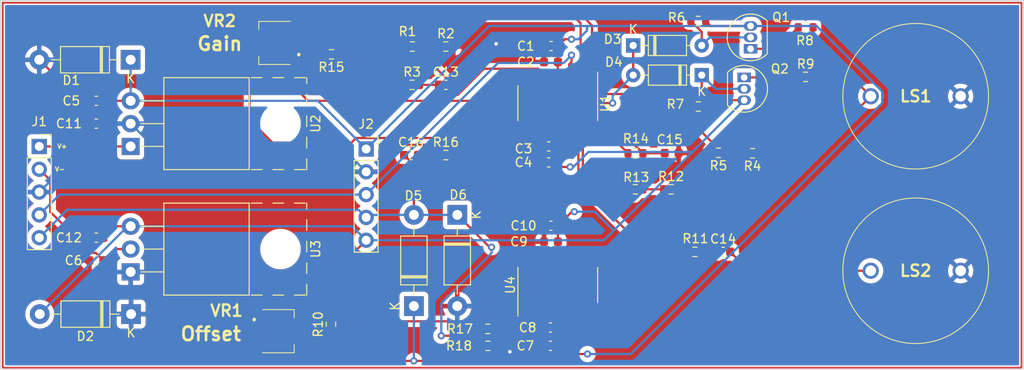
<source format=kicad_pcb>
(kicad_pcb (version 20211014) (generator pcbnew)
  (layers (0 "F.Cu" signal) (31 "B.Cu" signal) (34 "B.Paste" user) (35 "F.Paste" user) (36 "B.SilkS" user "B.Silkscreen") (37 "F.SilkS" user "F.Silkscreen") (38 "B.Mask" user) (39 "F.Mask" user) (44 "Edge.Cuts" user))
  (net 0 "")
  (net 1 "+15V")
  (net 2 "GND")
  (net 3 "-15V")
  (net 4 "powerIn+")
  (net 5 "powerIn-")
  (net 6 "Net-(C13-Pad1)")
  (net 7 "Net-(C13-Pad2)")
  (net 8 "Net-(C14-Pad1)")
  (net 9 "Net-(C14-Pad2)")
  (net 10 "Net-(C15-Pad2)")
  (net 11 "sigOut")
  (net 12 "Net-(C16-Pad2)")
  (net 13 "Net-(D3-Pad1)")
  (net 14 "Net-(D3-Pad2)")
  (net 15 "Net-(D4-Pad1)")
  (net 16 "3.3V")
  (net 17 "sigIn")
  (net 18 "Net-(Q1-Pad1)")
  (net 19 "Net-(Q2-Pad1)")
  (net 20 "Net-(R1-Pad2)")
  (net 21 "Net-(R4-Pad2)")
  (net 22 "Net-(R10-Pad1)")
  (net 23 "Net-(R12-Pad1)")
  (net 24 "Net-(R13-Pad2)")
  (net 25 "Net-(R15-Pad1)")
  (net 26 "Net-(R16-Pad2)")
  (net 28 "Net-(LS1-Pad1)")
  (footprint "Resistor_SMD:R_0603_1608Metric" (layer "F.Cu") (at 113.6254 54.0512 180)
    (fp_text reference "R5" (at 0 -1.43) (layer "F.SilkS"))
    (fp_text value "10k")
    (pad "1" smd roundrect (at -0.825 0 180) (size 0.8 0.95) (layers "F.Cu" "F.Paste" "F.Mask") (net 21 "Net-(R4-Pad2)"))
    (pad "2" smd roundrect (at 0.825 0 180) (size 0.8 0.95) (layers "F.Cu" "F.Paste" "F.Mask") (net 2 "GND"))
  )
  (footprint "SamacSys_Parts:3224W1205E" (layer "F.Cu") (at 64.696 73.914 180)
    (fp_text reference "VR1" (at 5.768 2.286) (layer "F.SilkS") (effects (font (size 1.27 1.27) (thickness 0.254))))
    (fp_text value "3224W-1-103E" hide)
    (pad "1" smd rect locked (at 1.45 1.27 270) (size 1.3 1.6) (layers "F.Cu" "F.Paste" "F.Mask"))
    (pad "2" smd rect locked (at -1.45 0.02 180) (size 1.6 2) (layers "F.Cu" "F.Paste" "F.Mask") (net 22 "Net-(R10-Pad1)"))
    (pad "3" smd rect locked (at 1.45 -1.23 270) (size 1.3 1.6) (layers "F.Cu" "F.Paste" "F.Mask") (net 16 "3.3V"))
  )
  (footprint "SamacSys_Parts:400ST16M" (layer "F.Cu") (at 130.556 47.752)
    (fp_text reference "LS1" (at 5 0) (layer "F.SilkS") (effects (font (size 1.27 1.27) (thickness 0.254))))
    (fp_text value "400ST16M" hide)
    (pad "1" thru_hole circle locked (at 0 0) (size 1.8 1.8) (drill 1.2) (layers *.Cu *.Mask) (net 28 "Net-(LS1-Pad1)"))
    (pad "2" thru_hole circle locked (at 10 0) (size 1.8 1.8) (drill 1.2) (layers *.Cu *.Mask) (net 2 "GND"))
  )
  (footprint "Diode_THT:D_DO-35_SOD27_P7.62mm_Horizontal" (layer "F.Cu") (at 104.14 42.099)
    (fp_text reference "D3" (at -2.286 -0.697) (layer "F.SilkS"))
    (fp_text value "1N914")
    (fp_text user "K" (at 0 -1.8) (layer "F.SilkS"))
    (pad "1" thru_hole rect (at 0 0) (size 1.6 1.6) (drill 0.8) (layers *.Cu *.Mask) (net 13 "Net-(D3-Pad1)"))
    (pad "2" thru_hole oval (at 7.62 0) (size 1.6 1.6) (drill 0.8) (layers *.Cu *.Mask) (net 14 "Net-(D3-Pad2)"))
  )
  (footprint "Resistor_SMD:R_0603_1608Metric" (layer "F.Cu") (at 110.998 65.0748 180)
    (fp_text reference "R11" (at -0.063 1.4732) (layer "F.SilkS"))
    (fp_text value "470")
    (pad "1" smd roundrect (at -0.825 0 180) (size 0.8 0.95) (layers "F.Cu" "F.Paste" "F.Mask") (net 8 "Net-(C14-Pad1)"))
    (pad "2" smd roundrect (at 0.825 0 180) (size 0.8 0.95) (layers "F.Cu" "F.Paste" "F.Mask") (net 2 "GND"))
  )
  (footprint "Diode_THT:D_DO-41_SOD81_P10.16mm_Horizontal" (layer "F.Cu") (at 84.582 60.96 -90)
    (fp_text reference "D6" (at -2.2352 -0.1016 180) (layer "F.SilkS"))
    (fp_text value "1N5819")
    (fp_text user "K" (at 0 -2.1 90) (layer "F.SilkS"))
    (pad "1" thru_hole rect (at 0 0 270) (size 2.2 2.2) (drill 1.1) (layers *.Cu *.Mask) (net 11 "sigOut"))
    (pad "2" thru_hole oval (at 10.16 0 270) (size 2.2 2.2) (drill 1.1) (layers *.Cu *.Mask) (net 2 "GND"))
  )
  (footprint "Connector_PinSocket_2.54mm:PinSocket_1x05_P2.54mm_Vertical" (layer "F.Cu") (at 74.447 53.624)
    (fp_text reference "J2" (at 0 -2.77) (layer "F.SilkS"))
    (fp_text value "Conn_01x05_Female" hide)
    (pad "1" thru_hole rect (at 0 0) (size 1.7 1.7) (drill 1) (layers *.Cu *.Mask) (net 1 "+15V"))
    (pad "2" thru_hole oval (at 0 2.54) (size 1.7 1.7) (drill 1) (layers *.Cu *.Mask) (net 2 "GND"))
    (pad "3" thru_hole oval (at 0 5.08) (size 1.7 1.7) (drill 1) (layers *.Cu *.Mask) (net 17 "sigIn"))
    (pad "4" thru_hole oval (at 0 7.62) (size 1.7 1.7) (drill 1) (layers *.Cu *.Mask) (net 11 "sigOut"))
    (pad "5" thru_hole oval (at 0 10.16) (size 1.7 1.7) (drill 1) (layers *.Cu *.Mask) (net 3 "-15V"))
  )
  (footprint "Resistor_SMD:R_0603_1608Metric" (layer "F.Cu") (at 70.5866 43.0784 180)
    (fp_text reference "R15" (at 0 -1.43) (layer "F.SilkS"))
    (fp_text value "10k")
    (pad "1" smd roundrect (at -0.825 0 180) (size 0.8 0.95) (layers "F.Cu" "F.Paste" "F.Mask") (net 25 "Net-(R15-Pad1)"))
    (pad "2" smd roundrect (at 0.825 0 180) (size 0.8 0.95) (layers "F.Cu" "F.Paste" "F.Mask") (net 2 "GND"))
  )
  (footprint "Package_TO_SOT_THT:TO-92_Inline" (layer "F.Cu") (at 117.1956 42.4688 90)
    (fp_text reference "Q1" (at 3.5052 3.4036) (layer "F.SilkS"))
    (fp_text value "S8050")
    (pad "1" thru_hole rect (at 0 0 90) (size 1.05 1.5) (drill 0.75) (layers *.Cu *.Mask) (net 18 "Net-(Q1-Pad1)"))
    (pad "2" thru_hole oval (at 1.27 0 90) (size 1.05 1.5) (drill 0.75) (layers *.Cu *.Mask) (net 14 "Net-(D3-Pad2)"))
    (pad "3" thru_hole oval (at 2.54 0 90) (size 1.05 1.5) (drill 0.75) (layers *.Cu *.Mask) (net 1 "+15V"))
  )
  (footprint "Capacitor_SMD:C_0603_1608Metric" (layer "F.Cu") (at 83.312 46.482)
    (fp_text reference "C13" (at 0 -1.43) (layer "F.SilkS"))
    (fp_text value "100n")
    (pad "1" smd roundrect (at -0.775 0) (size 0.9 0.95) (layers "F.Cu" "F.Paste" "F.Mask") (net 6 "Net-(C13-Pad1)"))
    (pad "2" smd roundrect (at 0.775 0) (size 0.9 0.95) (layers "F.Cu" "F.Paste" "F.Mask") (net 7 "Net-(C13-Pad2)"))
  )
  (footprint "Capacitor_SMD:C_0603_1608Metric" (layer "F.Cu") (at 94.755 53.34 180)
    (fp_text reference "C3" (at 2.807 -0.254) (layer "F.SilkS"))
    (fp_text value "100n")
    (pad "1" smd roundrect (at -0.775 0 180) (size 0.9 0.95) (layers "F.Cu" "F.Paste" "F.Mask") (net 3 "-15V"))
    (pad "2" smd roundrect (at 0.775 0 180) (size 0.9 0.95) (layers "F.Cu" "F.Paste" "F.Mask") (net 2 "GND"))
  )
  (footprint "Capacitor_SMD:C_0603_1608Metric" (layer "F.Cu") (at 95.009 42.164 180)
    (fp_text reference "C1" (at 2.807 0) (layer "F.SilkS"))
    (fp_text value "10n")
    (pad "1" smd roundrect (at -0.775 0 180) (size 0.9 0.95) (layers "F.Cu" "F.Paste" "F.Mask") (net 1 "+15V"))
    (pad "2" smd roundrect (at 0.775 0 180) (size 0.9 0.95) (layers "F.Cu" "F.Paste" "F.Mask") (net 2 "GND"))
  )
  (footprint "Capacitor_SMD:C_0603_1608Metric" (layer "F.Cu") (at 94.9452 75.5396 180)
    (fp_text reference "C7" (at 2.794 0) (layer "F.SilkS"))
    (fp_text value "10n")
    (pad "1" smd roundrect (at -0.775 0 180) (size 0.9 0.95) (layers "F.Cu" "F.Paste" "F.Mask") (net 1 "+15V"))
    (pad "2" smd roundrect (at 0.775 0 180) (size 0.9 0.95) (layers "F.Cu" "F.Paste" "F.Mask") (net 2 "GND"))
  )
  (footprint "Capacitor_SMD:C_0603_1608Metric" (layer "F.Cu") (at 114.1476 65.0748)
    (fp_text reference "C14" (at 0 -1.43) (layer "F.SilkS"))
    (fp_text value "10n")
    (pad "1" smd roundrect (at -0.775 0) (size 0.9 0.95) (layers "F.Cu" "F.Paste" "F.Mask") (net 8 "Net-(C14-Pad1)"))
    (pad "2" smd roundrect (at 0.775 0) (size 0.9 0.95) (layers "F.Cu" "F.Paste" "F.Mask") (net 9 "Net-(C14-Pad2)"))
  )
  (footprint "Resistor_SMD:R_0603_1608Metric" (layer "F.Cu") (at 104.3818 58.1152 180)
    (fp_text reference "R13" (at -0.1016 1.3462) (layer "F.SilkS"))
    (fp_text value "390k")
    (pad "1" smd roundrect (at -0.825 0 180) (size 0.8 0.95) (layers "F.Cu" "F.Paste" "F.Mask") (net 23 "Net-(R12-Pad1)"))
    (pad "2" smd roundrect (at 0.825 0 180) (size 0.8 0.95) (layers "F.Cu" "F.Paste" "F.Mask") (net 24 "Net-(R13-Pad2)"))
  )
  (footprint "Diode_THT:D_DO-41_SOD81_P10.16mm_Horizontal" (layer "F.Cu") (at 79.756 71.12 90)
    (fp_text reference "D5" (at 12.2936 -0.0508 180) (layer "F.SilkS"))
    (fp_text value "1N5819")
    (fp_text user "K" (at 0 -2.1 90) (layer "F.SilkS"))
    (pad "1" thru_hole rect (at 0 0 90) (size 2.2 2.2) (drill 1.1) (layers *.Cu *.Mask) (net 16 "3.3V"))
    (pad "2" thru_hole oval (at 10.16 0 90) (size 2.2 2.2) (drill 1.1) (layers *.Cu *.Mask) (net 11 "sigOut"))
  )
  (footprint "Capacitor_SMD:C_0603_1608Metric" (layer "F.Cu") (at 94.755 55.118 180)
    (fp_text reference "C4" (at 2.807 0) (layer "F.SilkS"))
    (fp_text value "10n")
    (pad "1" smd roundrect (at -0.775 0 180) (size 0.9 0.95) (layers "F.Cu" "F.Paste" "F.Mask") (net 3 "-15V"))
    (pad "2" smd roundrect (at 0.775 0 180) (size 0.9 0.95) (layers "F.Cu" "F.Paste" "F.Mask") (net 2 "GND"))
  )
  (footprint "Capacitor_SMD:C_0603_1608Metric" (layer "F.Cu") (at 94.996 62.165 180)
    (fp_text reference "C10" (at 3.048 0) (layer "F.SilkS"))
    (fp_text value "10n")
    (pad "1" smd roundrect (at -0.775 0 180) (size 0.9 0.95) (layers "F.Cu" "F.Paste" "F.Mask") (net 3 "-15V"))
    (pad "2" smd roundrect (at 0.775 0 180) (size 0.9 0.95) (layers "F.Cu" "F.Paste" "F.Mask") (net 2 "GND"))
  )
  (footprint "SamacSys_Parts:400ST16M" (layer "F.Cu") (at 130.556 67.183)
    (fp_text reference "LS2" (at 5 0) (layer "F.SilkS") (effects (font (size 1.27 1.27) (thickness 0.254))))
    (fp_text value "400ST16M" hide)
    (pad "1" thru_hole circle locked (at 0 0) (size 1.8 1.8) (drill 1.2) (layers *.Cu *.Mask) (net 9 "Net-(C14-Pad2)"))
    (pad "2" thru_hole circle locked (at 10 0) (size 1.8 1.8) (drill 1.2) (layers *.Cu *.Mask) (net 2 "GND"))
  )
  (footprint "Package_TO_SOT_THT:TO-220-3_Horizontal_TabUp" (layer "F.Cu") (at 48.26 53.34 90)
    (fp_text reference "U2" (at 2.54 20.58 90) (layer "F.SilkS"))
    (fp_text value "L7815")
    (pad "" np_thru_hole oval (at 2.54 16.66 90) (size 3.5 3.5) (drill 3.5) (layers *.Cu *.Mask))
    (pad "1" thru_hole rect (at 0 0 90) (size 1.905 2) (drill 1.1) (layers *.Cu *.Mask) (net 4 "powerIn+"))
    (pad "2" thru_hole oval (at 2.54 0 90) (size 1.905 2) (drill 1.1) (layers *.Cu *.Mask) (net 2 "GND"))
    (pad "3" thru_hole oval (at 5.08 0 90) (size 1.905 2) (drill 1.1) (layers *.Cu *.Mask) (net 1 "+15V"))
  )
  (footprint "Resistor_SMD:R_0603_1608Metric" (layer "F.Cu") (at 83.312 42.2148)
    (fp_text reference "R2" (at 0 -1.43) (layer "F.SilkS"))
    (fp_text value "12k")
    (pad "1" smd roundrect (at -0.825 0) (size 0.8 0.95) (layers "F.Cu" "F.Paste" "F.Mask") (net 20 "Net-(R1-Pad2)"))
    (pad "2" smd roundrect (at 0.825 0) (size 0.8 0.95) (layers "F.Cu" "F.Paste" "F.Mask") (net 2 "GND"))
  )
  (footprint "Resistor_SMD:R_0603_1608Metric" (layer "F.Cu") (at 111.379 48.895)
    (fp_text reference "R7" (at -2.54 -0.254) (layer "F.SilkS"))
    (fp_text value "1k")
    (pad "1" smd roundrect (at -0.825 0) (size 0.8 0.95) (layers "F.Cu" "F.Paste" "F.Mask") (net 15 "Net-(D4-Pad1)"))
    (pad "2" smd roundrect (at 0.825 0) (size 0.8 0.95) (layers "F.Cu" "F.Paste" "F.Mask") (net 3 "-15V"))
  )
  (footprint "Package_SO:SOIC-14_3.9x8.7mm_P1.27mm" (layer "F.Cu") (at 95.758 68.769 90)
    (fp_text reference "U4" (at 0 -5.28 90) (layer "F.SilkS"))
    (fp_text value "MC33079")
    (pad "1" smd roundrect (at -2.475 -3.81 90) (size 1.95 0.6) (layers "F.Cu" "F.Paste" "F.Mask") (net 16 "3.3V"))
    (pad "2" smd roundrect (at -2.475 -2.54 90) (size 1.95 0.6) (layers "F.Cu" "F.Paste" "F.Mask") (net 22 "Net-(R10-Pad1)"))
    (pad "3" smd roundrect (at -2.475 -1.27 90) (size 1.95 0.6) (layers "F.Cu" "F.Paste" "F.Mask") (net 2 "GND"))
    (pad "4" smd roundrect (at -2.475 0 90) (size 1.95 0.6) (layers "F.Cu" "F.Paste" "F.Mask") (net 1 "+15V"))
    (pad "5" smd roundrect (at -2.475 1.27 90) (size 1.95 0.6) (layers "F.Cu" "F.Paste" "F.Mask"))
    (pad "6" smd roundrect (at -2.475 2.54 90) (size 1.95 0.6) (layers "F.Cu" "F.Paste" "F.Mask"))
    (pad "7" smd roundrect (at -2.475 3.81 90) (size 1.95 0.6) (layers "F.Cu" "F.Paste" "F.Mask"))
    (pad "8" smd roundrect (at 2.475 3.81 90) (size 1.95 0.6) (layers "F.Cu" "F.Paste" "F.Mask"))
    (pad "9" smd roundrect (at 2.475 2.54 90) (size 1.95 0.6) (layers "F.Cu" "F.Paste" "F.Mask"))
    (pad "10" smd roundrect (at 2.475 1.27 90) (size 1.95 0.6) (layers "F.Cu" "F.Paste" "F.Mask"))
    (pad "11" smd roundrect (at 2.475 0 90) (size 1.95 0.6) (layers "F.Cu" "F.Paste" "F.Mask") (net 3 "-15V"))
    (pad "12" smd roundrect (at 2.475 -1.27 90) (size 1.95 0.6) (layers "F.Cu" "F.Paste" "F.Mask"))
    (pad "13" smd roundrect (at 2.475 -2.54 90) (size 1.95 0.6) (layers "F.Cu" "F.Paste" "F.Mask"))
    (pad "14" smd roundrect (at 2.475 -3.81 90) (size 1.95 0.6) (layers "F.Cu" "F.Paste" "F.Mask"))
  )
  (footprint "Capacitor_SMD:C_0603_1608Metric" (layer "F.Cu") (at 44.45 66.04)
    (fp_text reference "C6" (at -2.54 0) (layer "F.SilkS"))
    (fp_text value "2.2u")
    (pad "1" smd roundrect (at -0.775 0) (size 0.9 0.95) (layers "F.Cu" "F.Paste" "F.Mask") (net 2 "GND"))
    (pad "2" smd roundrect (at 0.775 0) (size 0.9 0.95) (layers "F.Cu" "F.Paste" "F.Mask") (net 5 "powerIn-"))
  )
  (footprint "Package_TO_SOT_THT:TO-220-3_Horizontal_TabUp" (layer "F.Cu") (at 48.26 67.31 90)
    (fp_text reference "U3" (at 2.54 20.58 90) (layer "F.SilkS"))
    (fp_text value "L7915")
    (pad "" np_thru_hole oval (at 2.54 16.66 90) (size 3.5 3.5) (drill 3.5) (layers *.Cu *.Mask))
    (pad "1" thru_hole rect (at 0 0 90) (size 1.905 2) (drill 1.1) (layers *.Cu *.Mask) (net 2 "GND"))
    (pad "2" thru_hole oval (at 2.54 0 90) (size 1.905 2) (drill 1.1) (layers *.Cu *.Mask) (net 5 "powerIn-"))
    (pad "3" thru_hole oval (at 5.08 0 90) (size 1.905 2) (drill 1.1) (layers *.Cu *.Mask) (net 3 "-15V"))
  )
  (footprint "Resistor_SMD:R_0603_1608Metric" (layer "F.Cu") (at 123.317 45.593)
    (fp_text reference "R9" (at 0 -1.43) (layer "F.SilkS"))
    (fp_text value "100")
    (pad "1" smd roundrect (at -0.825 0) (size 0.8 0.95) (layers "F.Cu" "F.Paste" "F.Mask") (net 19 "Net-(Q2-Pad1)"))
    (pad "2" smd roundrect (at 0.825 0) (size 0.8 0.95) (layers "F.Cu" "F.Paste" "F.Mask") (net 28 "Net-(LS1-Pad1)"))
  )
  (footprint "Capacitor_SMD:C_0603_1608Metric" (layer "F.Cu") (at 44.45 48.26 180)
    (fp_text reference "C11" (at 3.048 -2.54) (layer "F.SilkS"))
    (fp_text value "0.1u")
    (pad "1" smd roundrect (at -0.775 0 180) (size 0.9 0.95) (layers "F.Cu" "F.Paste" "F.Mask") (net 1 "+15V"))
    (pad "2" smd roundrect (at 0.775 0 180) (size 0.9 0.95) (layers "F.Cu" "F.Paste" "F.Mask") (net 2 "GND"))
  )
  (footprint "Resistor_SMD:R_0603_1608Metric" (layer "F.Cu") (at 83.312 54.3052)
    (fp_text reference "R16" (at 0 -1.43) (layer "F.SilkS"))
    (fp_text value "10k")
    (pad "1" smd roundrect (at -0.825 0) (size 0.8 0.95) (layers "F.Cu" "F.Paste" "F.Mask") (net 12 "Net-(C16-Pad2)"))
    (pad "2" smd roundrect (at 0.825 0) (size 0.8 0.95) (layers "F.Cu" "F.Paste" "F.Mask") (net 26 "Net-(R16-Pad2)"))
  )
  (footprint "Resistor_SMD:R_0603_1608Metric" (layer "F.Cu") (at 87.9856 75.5396 180)
    (fp_text reference "R18" (at 3.2126 0) (layer "F.SilkS"))
    (fp_text value "10k")
    (pad "1" smd roundrect (at -0.825 0 180) (size 0.8 0.95) (layers "F.Cu" "F.Paste" "F.Mask") (net 2 "GND"))
    (pad "2" smd roundrect (at 0.825 0 180) (size 0.8 0.95) (layers "F.Cu" "F.Paste" "F.Mask") (net 11 "sigOut"))
  )
  (footprint "Resistor_SMD:R_0603_1608Metric" (layer "F.Cu") (at 108.3564 58.1152)
    (fp_text reference "R12" (at 0 -1.43) (layer "F.SilkS"))
    (fp_text value "1k")
    (pad "1" smd roundrect (at -0.825 0) (size 0.8 0.95) (layers "F.Cu" "F.Paste" "F.Mask") (net 23 "Net-(R12-Pad1)"))
    (pad "2" smd roundrect (at 0.825 0) (size 0.8 0.95) (layers "F.Cu" "F.Paste" "F.Mask") (net 2 "GND"))
  )
  (footprint "Resistor_SMD:R_0603_1608Metric" (layer "F.Cu") (at 104.394 54.102)
    (fp_text reference "R14" (at 0.0508 -1.6256) (layer "F.SilkS"))
    (fp_text value "330")
    (pad "1" smd roundrect (at -0.825 0) (size 0.8 0.95) (layers "F.Cu" "F.Paste" "F.Mask") (net 24 "Net-(R13-Pad2)"))
    (pad "2" smd roundrect (at 0.825 0) (size 0.8 0.95) (layers "F.Cu" "F.Paste" "F.Mask") (net 10 "Net-(C15-Pad2)"))
  )
  (footprint "Capacitor_SMD:C_0603_1608Metric" (layer "F.Cu") (at 94.9452 73.5076 180)
    (fp_text reference "C8" (at 2.54 0) (layer "F.SilkS"))
    (fp_text value "100n")
    (pad "1" smd roundrect (at -0.775 0 180) (size 0.9 0.95) (layers "F.Cu" "F.Paste" "F.Mask") (net 1 "+15V"))
    (pad "2" smd roundrect (at 0.775 0 180) (size 0.9 0.95) (layers "F.Cu" "F.Paste" "F.Mask") (net 2 "GND"))
  )
  (footprint "Connector_PinSocket_2.54mm:PinSocket_1x05_P2.54mm_Vertical" (layer "F.Cu") (at 38.1 53.34)
    (fp_text reference "J1" (at 0 -2.77) (layer "F.SilkS"))
    (fp_text value "Conn_01x05_Female")
    (pad "1" thru_hole rect (at 0 0) (size 1.7 1.7) (drill 1) (layers *.Cu *.Mask) (net 4 "powerIn+"))
    (pad "2" thru_hole oval (at 0 2.54) (size 1.7 1.7) (drill 1) (layers *.Cu *.Mask) (net 5 "powerIn-"))
    (pad "3" thru_hole oval (at 0 5.08) (size 1.7 1.7) (drill 1) (layers *.Cu *.Mask) (net 2 "GND"))
    (pad "4" thru_hole oval (at 0 7.62) (size 1.7 1.7) (drill 1) (layers *.Cu *.Mask) (net 17 "sigIn"))
    (pad "5" thru_hole oval (at 0 10.16) (size 1.7 1.7) (drill 1) (layers *.Cu *.Mask) (net 11 "sigOut"))
  )
  (footprint "Capacitor_SMD:C_0603_1608Metric" (layer "F.Cu") (at 94.996 63.943 180)
    (fp_text reference "C9" (at 3.556 0) (layer "F.SilkS"))
    (fp_text value "100n")
    (pad "1" smd roundrect (at -0.775 0 180) (size 0.9 0.95) (layers "F.Cu" "F.Paste" "F.Mask") (net 3 "-15V"))
    (pad "2" smd roundrect (at 0.775 0 180) (size 0.9 0.95) (layers "F.Cu" "F.Paste" "F.Mask") (net 2 "GND"))
  )
  (footprint "Resistor_SMD:R_0603_1608Metric" (layer "F.Cu") (at 111.379 39.37 180)
    (fp_text reference "R6" (at 2.413 0.381) (layer "F.SilkS"))
    (fp_text value "1k")
    (pad "1" smd roundrect (at -0.825 0 180) (size 0.8 0.95) (layers "F.Cu" "F.Paste" "F.Mask") (net 1 "+15V"))
    (pad "2" smd roundrect (at 0.825 0 180) (size 0.8 0.95) (layers "F.Cu" "F.Paste" "F.Mask") (net 14 "Net-(D3-Pad2)"))
  )
  (footprint "Resistor_SMD:R_0603_1608Metric" (layer "F.Cu") (at 117.411 54.102 180)
    (fp_text reference "R4" (at 0 -1.43) (layer "F.SilkS"))
    (fp_text value "4.7k")
    (pad "1" smd roundrect (at -0.825 0 180) (size 0.8 0.95) (layers "F.Cu" "F.Paste" "F.Mask") (net 28 "Net-(LS1-Pad1)"))
    (pad "2" smd roundrect (at 0.825 0 180) (size 0.8 0.95) (layers "F.Cu" "F.Paste" "F.Mask") (net 21 "Net-(R4-Pad2)"))
  )
  (footprint "Package_TO_SOT_THT:TO-92_Inline" (layer "F.Cu") (at 116.48 45.655 -90)
    (fp_text reference "Q2" (at -0.951 -3.9668 180) (layer "F.SilkS"))
    (fp_text value "S8550")
    (pad "1" thru_hole rect (at 0 0 270) (size 1.05 1.5) (drill 0.75) (layers *.Cu *.Mask) (net 19 "Net-(Q2-Pad1)"))
    (pad "2" thru_hole oval (at 1.27 0 270) (size 1.05 1.5) (drill 0.75) (layers *.Cu *.Mask) (net 15 "Net-(D4-Pad1)"))
    (pad "3" thru_hole oval (at 2.54 0 270) (size 1.05 1.5) (drill 0.75) (layers *.Cu *.Mask) (net 3 "-15V"))
  )
  (footprint "Resistor_SMD:R_0603_1608Metric" (layer "F.Cu") (at 70.538 73.152 90)
    (fp_text reference "R10" (at 0 -1.43 90) (layer "F.SilkS"))
    (fp_text value "10k")
    (pad "1" smd roundrect (at -0.825 0 90) (size 0.8 0.95) (layers "F.Cu" "F.Paste" "F.Mask") (net 22 "Net-(R10-Pad1)"))
    (pad "2" smd roundrect (at 0.825 0 90) (size 0.8 0.95) (layers "F.Cu" "F.Paste" "F.Mask") (net 3 "-15V"))
  )
  (footprint "Resistor_SMD:R_0603_1608Metric" (layer "F.Cu") (at 87.9734 73.66)
    (fp_text reference "R17" (at -3.0988 0) (layer "F.SilkS"))
    (fp_text value "10k")
    (pad "1" smd roundrect (at -0.825 0) (size 0.8 0.95) (layers "F.Cu" "F.Paste" "F.Mask") (net 11 "sigOut"))
    (pad "2" smd roundrect (at 0.825 0) (size 0.8 0.95) (layers "F.Cu" "F.Paste" "F.Mask") (net 16 "3.3V"))
  )
  (footprint "Resistor_SMD:R_0603_1608Metric" (layer "F.Cu") (at 123.317 40.0812)
    (fp_text reference "R8" (at -0.0762 1.4732) (layer "F.SilkS"))
    (fp_text value "100")
    (pad "1" smd roundrect (at -0.825 0) (size 0.8 0.95) (layers "F.Cu" "F.Paste" "F.Mask") (net 18 "Net-(Q1-Pad1)"))
    (pad "2" smd roundrect (at 0.825 0) (size 0.8 0.95) (layers "F.Cu" "F.Paste" "F.Mask") (net 28 "Net-(LS1-Pad1)"))
  )
  (footprint "Capacitor_SMD:C_0603_1608Metric" (layer "F.Cu") (at 44.45 50.8)
    (fp_text reference "C5" (at -2.794 -2.54) (layer "F.SilkS"))
    (fp_text value "0.33u")
    (pad "1" smd roundrect (at -0.775 0) (size 0.9 0.95) (layers "F.Cu" "F.Paste" "F.Mask") (net 4 "powerIn+"))
    (pad "2" smd roundrect (at 0.775 0) (size 0.9 0.95) (layers "F.Cu" "F.Paste" "F.Mask") (net 2 "GND"))
  )
  (footprint "Resistor_SMD:R_0603_1608Metric" (layer "F.Cu") (at 79.5528 46.482)
    (fp_text reference "R3" (at 0 -1.43) (layer "F.SilkS"))
    (fp_text value "100k")
    (pad "1" smd roundrect (at -0.825 0) (size 0.8 0.95) (layers "F.Cu" "F.Paste" "F.Mask") (net 2 "GND"))
    (pad "2" smd roundrect (at 0.825 0) (size 0.8 0.95) (layers "F.Cu" "F.Paste" "F.Mask") (net 6 "Net-(C13-Pad1)"))
  )
  (footprint "Diode_THT:D_DO-41_SOD81_P10.16mm_Horizontal" (layer "F.Cu") (at 48.26 43.688 180)
    (fp_text reference "D1" (at 6.604 -2.286) (layer "F.SilkS"))
    (fp_text value "1N4001")
    (fp_text user "K" (at 0 -2.1) (layer "F.SilkS"))
    (pad "1" thru_hole rect (at 0 0 180) (size 2.2 2.2) (drill 1.1) (layers *.Cu *.Mask) (net 1 "+15V"))
    (pad "2" thru_hole oval (at 10.16 0 180) (size 2.2 2.2) (drill 1.1) (layers *.Cu *.Mask) (net 2 "GND"))
  )
  (footprint "Diode_THT:D_DO-41_SOD81_P10.16mm_Horizontal" (layer "F.Cu") (at 48.3108 72.009 180)
    (fp_text reference "D2" (at 5.08 -2.47) (layer "F.SilkS"))
    (fp_text value "1N4001")
    (fp_text user "K" (at 0 -2.1) (layer "F.SilkS"))
    (pad "1" thru_hole rect (at 0 0 180) (size 2.2 2.2) (drill 1.1) (layers *.Cu *.Mask) (net 2 "GND"))
    (pad "2" thru_hole oval (at 10.16 0 180) (size 2.2 2.2) (drill 1.1) (layers *.Cu *.Mask) (net 3 "-15V"))
  )
  (footprint "Capacitor_SMD:C_0603_1608Metric" (layer "F.Cu") (at 108.421 54.077 180)
    (fp_text reference "C15" (at 0.217 1.499) (layer "F.SilkS"))
    (fp_text value "10n")
    (pad "1" smd roundrect (at -0.775 0 180) (size 0.9 0.95) (layers "F.Cu" "F.Paste" "F.Mask") (net 2 "GND"))
    (pad "2" smd roundrect (at 0.775 0 180) (size 0.9 0.95) (layers "F.Cu" "F.Paste" "F.Mask") (net 10 "Net-(C15-Pad2)"))
  )
  (footprint "Capacitor_SMD:C_0603_1608Metric" (layer "F.Cu") (at 44.45 63.5)
    (fp_text reference "C12" (at -3.048 0) (layer "F.SilkS"))
    (fp_text value "1u")
    (pad "1" smd roundrect (at -0.775 0) (size 0.9 0.95) (layers "F.Cu" "F.Paste" "F.Mask") (net 2 "GND"))
    (pad "2" smd roundrect (at 0.775 0) (size 0.9 0.95) (layers "F.Cu" "F.Paste" "F.Mask") (net 3 "-15V"))
  )
  (footprint "Diode_THT:D_DO-35_SOD27_P7.62mm_Horizontal" (layer "F.Cu") (at 111.76 45.401 180)
    (fp_text reference "D4" (at 9.779 1.459) (layer "F.SilkS"))
    (fp_text value "1N914")
    (fp_text user "K" (at 0 -1.8) (layer "F.SilkS"))
    (pad "1" thru_hole rect (at 0 0 180) (size 1.6 1.6) (drill 0.8) (layers *.Cu *.Mask) (net 15 "Net-(D4-Pad1)"))
    (pad "2" thru_hole oval (at 7.62 0 180) (size 1.6 1.6) (drill 0.8) (layers *.Cu *.Mask) (net 13 "Net-(D3-Pad1)"))
  )
  (footprint "Capacitor_SMD:C_0603_1608Metric" (layer "F.Cu") (at 79.438 54.3052)
    (fp_text reference "C16" (at 0 -1.43) (layer "F.SilkS"))
    (fp_text value "100n")
    (pad "1" smd roundrect (at -0.775 0) (size 0.9 0.95) (layers "F.Cu" "F.Paste" "F.Mask") (net 11 "sigOut"))
    (pad "2" smd roundrect (at 0.775 0) (size 0.9 0.95) (layers "F.Cu" "F.Paste" "F.Mask") (net 12 "Net-(C16-Pad2)"))
  )
  (footprint "Package_SO:SOIC-14_3.9x8.7mm_P1.27mm" (layer "F.Cu") (at 95.758 48.514 -90)
    (fp_text reference "U1" (at 0 -5.28 90) (layer "F.SilkS"))
    (fp_text value "MC33079")
    (pad "1" smd roundrect (at -2.475 -3.81 270) (size 1.95 0.6) (layers "F.Cu" "F.Paste" "F.Mask") (net 7 "Net-(C13-Pad2)"))
    (pad "2" smd roundrect (at -2.475 -2.54 270) (size 1.95 0.6) (layers "F.Cu" "F.Paste" "F.Mask") (net 20 "Net-(R1-Pad2)"))
    (pad "3" smd roundrect (at -2.475 -1.27 270) (size 1.95 0.6) (layers "F.Cu" "F.Paste" "F.Mask") (net 17 "sigIn"))
    (pad "4" smd roundrect (at -2.475 0 270) (size 1.95 0.6) (layers "F.Cu" "F.Paste" "F.Mask") (net 1 "+15V"))
    (pad "5" smd roundrect (at -2.475 1.27 270) (size 1.95 0.6) (layers "F.Cu" "F.Paste" "F.Mask") (net 6 "Net-(C13-Pad1)"))
    (pad "6" smd roundrect (at -2.475 2.54 270) (size 1.95 0.6) (layers "F.Cu" "F.Paste" "F.Mask") (net 21 "Net-(R4-Pad2)"))
    (pad "7" smd roundrect (at -2.475 3.81 270) (size 1.95 0.6) (layers "F.Cu" "F.Paste" "F.Mask") (net 13 "Net-(D3-Pad1)"))
    (pad "8" smd roundrect (at 2.475 3.81 270) (size 1.95 0.6) (layers "F.Cu" "F.Paste" "F.Mask") (net 26 "Net-(R16-Pad2)"))
    (pad "9" smd roundrect (at 2.475 2.54 270) (size 1.95 0.6) (layers "F.Cu" "F.Paste" "F.Mask") (net 25 "Net-(R15-Pad1)"))
    (pad "10" smd roundrect (at 2.475 1.27 270) (size 1.95 0.6) (layers "F.Cu" "F.Paste" "F.Mask") (net 10 "Net-(C15-Pad2)"))
    (pad "11" smd roundrect (at 2.475 0 270) (size 1.95 0.6) (layers "F.Cu" "F.Paste" "F.Mask") (net 3 "-15V"))
    (pad "12" smd roundrect (at 2.475 -1.27 270) (size 1.95 0.6) (layers "F.Cu" "F.Paste" "F.Mask") (net 8 "Net-(C14-Pad1)"))
    (pad "13" smd roundrect (at 2.475 -2.54 270) (size 1.95 0.6) (layers "F.Cu" "F.Paste" "F.Mask") (net 23 "Net-(R12-Pad1)"))
    (pad "14" smd roundrect (at 2.475 -3.81 270) (size 1.95 0.6) (layers "F.Cu" "F.Paste" "F.Mask") (net 24 "Net-(R13-Pad2)"))
  )
  (footprint "Resistor_SMD:R_0603_1608Metric" (layer "F.Cu") (at 79.5914 42.2148)
    (fp_text reference "R1" (at -0.5466 -1.6764) (layer "F.SilkS"))
    (fp_text value "33k")
    (pad "1" smd roundrect (at -0.825 0) (size 0.8 0.95) (layers "F.Cu" "F.Paste" "F.Mask") (net 7 "Net-(C13-Pad2)"))
    (pad "2" smd roundrect (at 0.825 0) (size 0.8 0.95) (layers "F.Cu" "F.Paste" "F.Mask") (net 20 "Net-(R1-Pad2)"))
  )
  (footprint "Capacitor_SMD:C_0603_1608Metric" (layer "F.Cu") (at 94.996 43.942 180)
    (fp_text reference "C2" (at 2.794 0) (layer "F.SilkS"))
    (fp_text value "100n")
    (pad "1" smd roundrect (at -0.775 0 180) (size 0.9 0.95) (layers "F.Cu" "F.Paste" "F.Mask") (net 1 "+15V"))
    (pad "2" smd roundrect (at 0.775 0 180) (size 0.9 0.95) (layers "F.Cu" "F.Paste" "F.Mask") (net 2 "GND"))
  )
  (footprint "SamacSys_Parts:3224W1205E" (layer "F.Cu") (at 64.257 41.811)
    (fp_text reference "VR2" (at -6.091 -2.441) (layer "F.SilkS") (effects (font (size 1.27 1.27) (thickness 0.254))))
    (fp_text value "3224W-1-103E" hide)
    (pad "1" smd rect locked (at 1.45 1.27 90) (size 1.3 1.6) (layers "F.Cu" "F.Paste" "F.Mask") (net 2 "GND"))
    (pad "2" smd rect locked (at -1.45 0.02) (size 1.6 2) (layers "F.Cu" "F.Paste" "F.Mask") (net 25 "Net-(R15-Pad1)"))
    (pad "3" smd rect locked (at 1.45 -1.23 90) (size 1.3 1.6) (layers "F.Cu" "F.Paste" "F.Mask") (net 26 "Net-(R16-Pad2)"))
  )
  (gr_rect (start 147.32 37.338) (end 34.036 77.978) (layer "F.Cu") (width 0.2) (fill none))
  (gr_rect (start 33.782 78.232) (end 147.574 37.084) (layer "Edge.Cuts") (width 0.1) (fill none))
  (gr_text "Gain" (at 58.166 41.91) (layer "F.SilkS") (effects (font (size 1.5 1.5) (thickness 0.3))))
  (gr_text "Offset" (at 57.1776 74.2188) (layer "F.SilkS") (effects (font (size 1.5 1.5) (thickness 0.3))))
  (gr_text "V+" (at 40.64 53.34) (layer "F.SilkS") (effects (font (size 0.5 0.5) (thickness 0.125))))
  (gr_text "V-" (at 40.386 55.88) (layer "F.SilkS") (effects (font (size 0.5 0.5) (thickness 0.125))))
  (segment (start 95.7202 73.5076) (end 95.7202 75.5396) (width 0.25) (layer "F.Cu") (net 1))
  (segment (start 95.758 43.955) (end 95.771 43.942) (width 0.25) (layer "F.Cu") (net 1))
  (segment (start 95.758 71.244) (end 95.758 73.4698) (width 0.25) (layer "F.Cu") (net 1))
  (segment (start 95.758 73.4698) (end 95.7202 73.5076) (width 0.25) (layer "F.Cu") (net 1))
  (segment (start 95.758 46.039) (end 95.758 43.955) (width 0.25) (layer "F.Cu") (net 1))
  (segment (start 96.546 41.402) (end 95.784 42.164) (width 0.25) (layer "F.Cu") (net 1))
  (segment (start 97.282 41.402) (end 96.546 41.402) (width 0.25) (layer "F.Cu") (net 1))
  (segment (start 95.784 42.164) (end 95.784 43.929) (width 0.25) (layer "F.Cu") (net 1))
  (segment (start 95.784 43.929) (end 95.771 43.942) (width 0.25) (layer "F.Cu") (net 1))
  (segment (start 117.1956 39.9288) (end 112.7628 39.9288) (width 0.25) (layer "F.Cu") (net 1))
  (segment (start 99.06 76.454) (end 96.6346 76.454) (width 0.25) (layer "F.Cu") (net 1))
  (segment (start 96.6346 76.454) (end 95.7202 75.5396) (width 0.25) (layer "F.Cu") (net 1))
  (segment (start 112.7628 39.9288) (end 112.204 39.37) (width 0.25) (layer "F.Cu") (net 1))
  (segment (start 45.225 48.26) (end 48.26 48.26) (width 0.25) (layer "F.Cu") (net 1))
  (via (at 97.282 41.402) (size 0.8) (drill 0.4) (layers "F.Cu" "B.Cu") (net 1))
  (via (at 99.06 76.454) (size 0.8) (drill 0.4) (layers "F.Cu" "B.Cu") (net 1))
  (segment (start 48.26 48.26) (end 69.083 48.26) (width 0.25) (layer "B.Cu") (net 1))
  (segment (start 124.535923 39.9288) (end 131.831 47.223877) (width 0.25) (layer "B.Cu") (net 1))
  (segment (start 88.1422 39.9288) (end 99.0092 39.9288) (width 0.25) (layer "B.Cu") (net 1))
  (segment (start 131.831 47.223877) (end 131.831 48.509) (width 0.25) (layer "B.Cu") (net 1))
  (segment (start 97.282 41.402) (end 98.044 41.402) (width 0.25) (layer "B.Cu") (net 1))
  (segment (start 103.886 76.454) (end 99.06 76.454) (width 0.25) (layer "B.Cu") (net 1))
  (segment (start 117.1956 39.9288) (end 124.535923 39.9288) (width 0.25) (layer "B.Cu") (net 1))
  (segment (start 99.0092 40.4368) (end 99.0092 39.9288) (width 0.25) (layer "B.Cu") (net 1))
  (segment (start 98.044 41.402) (end 99.0092 40.4368) (width 0.25) (layer "B.Cu") (net 1))
  (segment (start 69.083 48.26) (end 74.447 53.624) (width 0.25) (layer "B.Cu") (net 1))
  (segment (start 131.831 48.509) (end 103.886 76.454) (width 0.25) (layer "B.Cu") (net 1))
  (segment (start 48.26 48.26) (end 48.26 43.688) (width 0.25) (layer "B.Cu") (net 1))
  (segment (start 99.0092 39.9288) (end 117.1956 39.9288) (width 0.25) (layer "B.Cu") (net 1))
  (segment (start 74.447 53.624) (end 88.1422 39.9288) (width 0.25) (layer "B.Cu") (net 1))
  (segment (start 94.488 71.244) (end 94.488 73.1898) (width 0.25) (layer "F.Cu") (net 2))
  (segment (start 45.225 49.81) (end 43.675 48.26) (width 0.25) (layer "F.Cu") (net 2))
  (segment (start 42.672 48.26) (end 43.675 48.26) (width 0.25) (layer "F.Cu") (net 2))
  (segment (start 94.234 42.164) (end 94.234 42.2531) (width 0.25) (layer "F.Cu") (net 2))
  (segment (start 38.1 43.688) (end 42.672 48.26) (width 0.25) (layer "F.Cu") (net 2))
  (segment (start 94.234 43.929) (end 94.221 43.942) (width 0.25) (layer "F.Cu") (net 2))
  (segment (start 93.98 55.118) (end 93.98 53.34) (width 0.25) (layer "F.Cu") (net 2))
  (segment (start 94.488 73.1898) (end 94.1702 73.5076) (width 0.25) (layer "F.Cu") (net 2))
  (segment (start 45.225 50.8) (end 45.225 49.81) (width 0.25) (layer "F.Cu") (net 2))
  (segment (start 89.7636 75.5396) (end 90.424 76.2) (width 0.25) (layer "F.Cu") (net 2))
  (segment (start 48.26 50.8) (end 45.225 50.8) (width 0.25) (layer "F.Cu") (net 2))
  (segment (start 88.8106 75.5396) (end 89.7636 75.5396) (width 0.25) (layer "F.Cu") (net 2))
  (via (at 90.424 76.2) (size 0.8) (drill 0.4) (layers "F.Cu" "B.Cu") (net 2))
  (via (at 88.9 41.91) (size 0.8) (drill 0.4) (layers "F.Cu" "B.Cu") (net 2))
  (segment (start 48.26 50.8) (end 50.385001 52.925001) (width 0.25) (layer "B.Cu") (net 2))
  (segment (start 50.385001 52.925001) (end 71.208001 52.925001) (width 0.25) (layer "B.Cu") (net 2))
  (segment (start 71.208001 52.925001) (end 74.447 56.164) (width 0.25) (layer "B.Cu") (net 2))
  (segment (start 90.2591 43.2691) (end 88.9 41.91) (width 0.25) (layer "B.Cu") (net 2))
  (segment (start 93.218 43.2691) (end 90.2591 43.2691) (width 0.25) (layer "B.Cu") (net 2))
  (segment (start 38.1 58.42) (end 45.72 50.8) (width 0.25) (layer "B.Cu") (net 2))
  (segment (start 45.72 50.8) (end 48.26 50.8) (width 0.25) (layer "B.Cu") (net 2))
  (segment (start 112.904 48.195) (end 116.48 48.195) (width 0.25) (layer "F.Cu") (net 3))
  (segment (start 45.225 63.5) (end 46.495 62.23) (width 0.25) (layer "F.Cu") (net 3))
  (segment (start 95.771 62.165) (end 95.771 63.943) (width 0.25) (layer "F.Cu") (net 3))
  (segment (start 96.038 55.626) (end 95.53 55.118) (width 0.25) (layer "F.Cu") (net 3))
  (segment (start 46.495 62.23) (end 48.26 62.23) (width 0.25) (layer "F.Cu") (net 3))
  (segment (start 97.1296 55.626) (end 96.038 55.626) (width 0.25) (layer "F.Cu") (net 3))
  (segment (start 112.204 48.895) (end 112.904 48.195) (width 0.25) (layer "F.Cu") (net 3))
  (segment (start 95.758 50.989) (end 95.758 53.112) (width 0.25) (layer "F.Cu") (net 3))
  (segment (start 95.758 53.112) (end 95.53 53.34) (width 0.25) (layer "F.Cu") (net 3))
  (segment (start 97.5868 60.6044) (end 97.3316 60.6044) (width 0.25) (layer "F.Cu") (net 3))
  (segment (start 95.771 66.281) (end 95.758 66.294) (width 0.25) (layer "F.Cu") (net 3))
  (segment (start 95.771 63.943) (end 95.771 66.281) (width 0.25) (layer "F.Cu") (net 3))
  (segment (start 70.538 67.693) (end 74.447 63.784) (width 0.25) (layer "F.Cu") (net 3))
  (segment (start 97.3316 60.6044) (end 95.771 62.165) (width 0.25) (layer "F.Cu") (net 3))
  (segment (start 95.53 55.118) (end 95.53 53.34) (width 0.25) (layer "F.Cu") (net 3))
  (segment (start 70.538 72.327) (end 70.538 67.693) (width 0.25) (layer "F.Cu") (net 3))
  (via (at 97.5868 60.6044) (size 0.8) (drill 0.4) (layers "F.Cu" "B.Cu") (net 3))
  (via (at 97.1296 55.626) (size 0.8) (drill 0.4) (layers "F.Cu" "B.Cu") (net 3))
  (segment (start 72.893 62.23) (end 74.447 63.784) (width 0.25) (layer "B.Cu") (net 3))
  (segment (start 100.891 63.784) (end 101.9717 62.7033) (width 0.25) (layer "B.Cu") (net 3))
  (segment (start 97.9424 60.6044) (end 97.5868 60.6044) (width 0.25) (layer "B.Cu") (net 3))
  (segment (start 97.4852 55.626) (end 97.1296 55.626) (width 0.25) (layer "B.Cu") (net 3))
  (segment (start 101.9717 62.7033) (end 99.8728 60.6044) (width 0.25) (layer "B.Cu") (net 3))
  (segment (start 110.7254 53.9496) (end 99.1616 53.9496) (width 0.25) (layer "B.Cu") (net 3))
  (segment (start 74.447 63.784) (end 100.891 63.784) (width 0.25) (layer "B.Cu") (net 3))
  (segment (start 48.26 62.23) (end 72.893 62.23) (width 0.25) (layer "B.Cu") (net 3))
  (segment (start 99.8728 60.6044) (end 97.9424 60.6044) (width 0.25) (layer "B.Cu") (net 3))
  (segment (start 111.2935 53.3815) (end 110.7254 53.9496) (width 0.25) (layer "B.Cu") (net 3))
  (segment (start 47.9298 62.23) (end 48.26 62.23) (width 0.25) (layer "B.Cu") (net 3))
  (segment (start 99.1616 53.9496) (end 97.4852 55.626) (width 0.25) (layer "B.Cu") (net 3))
  (segment (start 111.2935 53.3815) (end 116.48 48.195) (width 0.25) (layer "B.Cu") (net 3))
  (segment (start 38.1508 72.009) (end 47.9298 62.23) (width 0.25) (layer "B.Cu") (net 3))
  (segment (start 101.9717 62.7033) (end 111.2935 53.3815) (width 0.25) (layer "B.Cu") (net 3))
  (segment (start 43.675 50.8) (end 46.215 53.34) (width 0.25) (layer "F.Cu") (net 4))
  (segment (start 38.1 53.34) (end 41.135 53.34) (width 0.25) (layer "F.Cu") (net 4))
  (segment (start 46.215 53.34) (end 48.26 53.34) (width 0.25) (layer "F.Cu") (net 4))
  (segment (start 41.135 53.34) (end 43.675 50.8) (width 0.25) (layer "F.Cu") (net 4))
  (segment (start 45.225 66.04) (end 46.495 64.77) (width 0.25) (layer "F.Cu") (net 5))
  (segment (start 43.8912 65.19) (end 44.375 65.19) (width 0.25) (layer "F.Cu") (net 5))
  (segment (start 39.325 60.6238) (end 43.8912 65.19) (width 0.25) (layer "F.Cu") (net 5))
  (segment (start 39.325 57.105) (end 39.325 60.6238) (width 0.25) (layer "F.Cu") (net 5))
  (segment (start 38.1 55.88) (end 39.325 57.105) (width 0.25) (layer "F.Cu") (net 5))
  (segment (start 44.375 65.19) (end 45.225 66.04) (width 0.25) (layer "F.Cu") (net 5))
  (segment (start 46.495 64.77) (end 48.26 64.77) (width 0.25) (layer "F.Cu") (net 5))
  (segment (start 87.5434 44.689) (end 84.6328 47.5996) (width 0.25) (layer "F.Cu") (net 6))
  (segment (start 84.6328 47.5996) (end 83.6546 47.5996) (width 0.25) (layer "F.Cu") (net 6))
  (segment (start 83.6546 47.5996) (end 82.537 46.482) (width 0.25) (layer "F.Cu") (net 6))
  (segment (start 93.585462 44.689) (end 87.5434 44.689) (width 0.25) (layer "F.Cu") (net 6))
  (segment (start 94.488 45.591538) (end 93.585462 44.689) (width 0.25) (layer "F.Cu") (net 6))
  (segment (start 94.488 46.039) (end 94.488 45.591538) (width 0.25) (layer "F.Cu") (net 6))
  (segment (start 82.537 46.482) (end 80.3778 46.482) (width 0.25) (layer "F.Cu") (net 6))
  (segment (start 79.128227 42.2148) (end 78.7664 42.2148) (width 0.25) (layer "F.Cu") (net 7))
  (segment (start 80.518 38.354) (end 78.7664 40.1056) (width 0.25) (layer "F.Cu") (net 7))
  (segment (start 99.568 39.878) (end 98.044 38.354) (width 0.25) (layer "F.Cu") (net 7))
  (segment (start 98.044 38.354) (end 80.518 38.354) (width 0.25) (layer "F.Cu") (net 7))
  (segment (start 78.7664 40.1056) (end 78.7664 42.2148) (width 0.25) (layer "F.Cu") (net 7))
  (segment (start 78.994 42.2148) (end 79.9084 43.1292) (width 0.25) (layer "F.Cu") (net 7))
  (segment (start 79.9084 43.1292) (end 80.7342 43.1292) (width 0.25) (layer "F.Cu") (net 7))
  (segment (start 99.568 46.039) (end 99.568 39.878) (width 0.25) (layer "F.Cu") (net 7))
  (segment (start 80.7342 43.1292) (end 84.087 46.482) (width 0.25) (layer "F.Cu") (net 7))
  (segment (start 78.7664 42.2148) (end 78.994 42.2148) (width 0.25) (layer "F.Cu") (net 7))
  (segment (start 104.919694 64.2248) (end 110.973 64.2248) (width 0.25) (layer "F.Cu") (net 8))
  (segment (start 97.028 52.578) (end 98.044 53.594) (width 0.25) (layer "F.Cu") (net 8))
  (segment (start 110.973 64.2248) (end 111.823 65.0748) (width 0.25) (layer "F.Cu") (net 8))
  (segment (start 98.044 53.594) (end 98.044 57.349106) (width 0.25) (layer "F.Cu") (net 8))
  (segment (start 111.823 65.0748) (end 113.3726 65.0748) (width 0.25) (layer "F.Cu") (net 8))
  (segment (start 98.044 57.349106) (end 104.919694 64.2248) (width 0.25) (layer "F.Cu") (net 8))
  (segment (start 97.028 50.989) (end 97.028 52.578) (width 0.25) (layer "F.Cu") (net 8))
  (segment (start 117.0308 67.183) (end 114.9226 65.0748) (width 0.25) (layer "F.Cu") (net 9))
  (segment (start 130.556 67.183) (end 117.0308 67.183) (width 0.25) (layer "F.Cu") (net 9))
  (segment (start 94.488 50.541538) (end 95.390538 49.639) (width 0.25) (layer "F.Cu") (net 10))
  (segment (start 95.390538 49.639) (end 100.756 49.639) (width 0.25) (layer "F.Cu") (net 10))
  (segment (start 100.756 49.639) (end 105.219 54.102) (width 0.25) (layer "F.Cu") (net 10))
  (segment (start 105.219 54.102) (end 107.621 54.102) (width 0.25) (layer "F.Cu") (net 10))
  (segment (start 94.488 50.989) (end 94.488 50.541538) (width 0.25) (layer "F.Cu") (net 10))
  (segment (start 107.621 54.102) (end 107.646 54.077) (width 0.25) (layer "F.Cu") (net 10))
  (segment (start 88.392 64.5585) (end 88.1805 64.5585) (width 0.25) (layer "F.Cu") (net 11))
  (segment (start 88.1805 64.5585) (end 84.582 60.96) (width 0.25) (layer "F.Cu") (net 11))
  (segment (start 87.1606 73.6722) (end 87.1484 73.66) (width 0.25) (layer "F.Cu") (net 11))
  (segment (start 86.3864 74.422) (end 82.804 74.422) (width 0.25) (layer "F.Cu") (net 11))
  (segment (start 78.663 54.3052) (end 79.756 55.3982) (width 0.25) (layer "F.Cu") (net 11))
  (segment (start 79.756 55.3982) (end 79.756 60.96) (width 0.25) (layer "F.Cu") (net 11))
  (segment (start 87.1484 73.66) (end 86.3864 74.422) (width 0.25) (layer "F.Cu") (net 11))
  (segment (start 87.1606 75.5396) (end 87.1606 73.6722) (width 0.25) (layer "F.Cu") (net 11))
  (via (at 82.804 74.422) (size 0.8) (drill 0.4) (layers "F.Cu" "B.Cu") (net 11))
  (via (at 88.392 64.5585) (size 0.8) (drill 0.4) (layers "F.Cu" "B.Cu") (net 11))
  (segment (start 79.756 60.96) (end 84.582 60.96) (width 0.25) (layer "B.Cu") (net 11))
  (segment (start 73.597 60.394) (end 41.206 60.394) (width 0.25) (layer "B.Cu") (net 11))
  (segment (start 82.804 74.422) (end 82.804 70.812034) (width 0.25) (layer "B.Cu") (net 11))
  (segment (start 79.756 60.96) (end 74.731 60.96) (width 0.25) (layer "B.Cu") (net 11))
  (segment (start 74.447 61.244) (end 73.597 60.394) (width 0.25) (layer "B.Cu") (net 11))
  (segment (start 82.804 70.812034) (end 88.392 65.224034) (width 0.25) (layer "B.Cu") (net 11))
  (segment (start 88.392 65.224034) (end 88.392 64.77) (width 0.25) (layer "B.Cu") (net 11))
  (segment (start 41.206 60.394) (end 38.1 63.5) (width 0.25) (layer "B.Cu") (net 11))
  (segment (start 74.731 60.96) (end 74.447 61.244) (width 0.25) (layer "B.Cu") (net 11))
  (segment (start 88.392 64.77) (end 88.392 64.5585) (width 0.25) (layer "B.Cu") (net 11))
  (segment (start 80.213 54.3052) (end 82.487 54.3052) (width 0.25) (layer "F.Cu") (net 12))
  (segment (start 104.14 42.099) (end 104.14 45.401) (width 0.25) (layer "F.Cu") (net 13))
  (segment (start 91.948 46.486462) (end 91.948 46.039) (width 0.25) (layer "F.Cu") (net 13))
  (segment (start 101.854 48.514) (end 93.975538 48.514) (width 0.25) (layer "F.Cu") (net 13))
  (segment (start 93.975538 48.514) (end 91.948 46.486462) (width 0.25) (layer "F.Cu") (net 13))
  (via (at 101.854 48.514) (size 0.8) (drill 0.4) (layers "F.Cu" "B.Cu") (net 13))
  (segment (start 101.854 48.514) (end 101.854 47.687) (width 0.25) (layer "B.Cu") (net 13))
  (segment (start 101.854 47.687) (end 104.14 45.401) (width 0.25) (layer "B.Cu") (net 13))
  (segment (start 110.554 39.37) (end 111.76 40.576) (width 0.25) (layer "F.Cu") (net 14))
  (segment (start 111.76 40.576) (end 111.76 42.099) (width 0.25) (layer "F.Cu") (net 14))
  (segment (start 111.76 42.099) (end 112.6602 41.1988) (width 0.25) (layer "B.Cu") (net 14))
  (segment (start 112.6602 41.1988) (end 117.1956 41.1988) (width 0.25) (layer "B.Cu") (net 14))
  (segment (start 110.554 48.895) (end 111.76 47.689) (width 0.25) (layer "F.Cu") (net 15))
  (segment (start 111.76 47.689) (end 111.76 45.401) (width 0.25) (layer "F.Cu") (net 15))
  (segment (start 111.76 45.401) (end 113.284 46.925) (width 0.25) (layer "B.Cu") (net 15))
  (segment (start 113.284 46.925) (end 116.48 46.925) (width 0.25) (layer "B.Cu") (net 15))
  (segment (start 91.694 76.962) (end 91.44 77.216) (width 0.25) (layer "F.Cu") (net 16))
  (segment (start 88.7984 73.66) (end 89.6112 72.8472) (width 0.25) (layer "F.Cu") (net 16))
  (segment (start 91.44 77.216) (end 79.756 77.216) (width 0.25) (layer "F.Cu") (net 16))
  (segment (start 89.6112 72.8472) (end 91.2144 71.244) (width 0.25) (layer "F.Cu") (net 16))
  (segment (start 65.318 77.216) (end 63.246 75.144) (width 0.25) (layer "F.Cu") (net 16))
  (segment (start 91.2144 71.244) (end 91.948 71.244) (width 0.25) (layer "F.Cu") (net 16))
  (segment (start 91.694 74.93) (end 91.694 76.962) (width 0.25) (layer "F.Cu") (net 16))
  (segment (start 79.756 77.216) (end 65.318 77.216) (width 0.25) (layer "F.Cu") (net 16))
  (segment (start 89.6112 72.8472) (end 91.694 74.93) (width 0.25) (layer "F.Cu") (net 16))
  (via (at 79.756 77.216) (size 0.8) (drill 0.4) (layers "F.Cu" "B.Cu") (net 16))
  (segment (start 79.756 71.12) (end 79.756 77.216) (width 0.25) (layer "B.Cu") (net 16))
  (segment (start 97.028 44.196) (end 97.028 46.039) (width 0.25) (layer "F.Cu") (net 17))
  (segment (start 97.282 43.18) (end 97.282 43.942) (width 0.25) (layer "F.Cu") (net 17))
  (segment (start 97.282 43.942) (end 97.028 44.196) (width 0.25) (layer "F.Cu") (net 17))
  (via (at 97.282 43.18) (size 0.8) (drill 0.4) (layers "F.Cu" "B.Cu") (net 17))
  (segment (start 40.356 58.704) (end 74.447 58.704) (width 0.25) (layer "B.Cu") (net 17))
  (segment (start 89.1074 44.0436) (end 74.447 58.704) (width 0.25) (layer "B.Cu") (net 17))
  (segment (start 38.1 60.96) (end 40.356 58.704) (width 0.25) (layer "B.Cu") (net 17))
  (segment (start 97.282 43.18) (end 96.4184 44.0436) (width 0.25) (layer "B.Cu") (net 17))
  (segment (start 96.4184 44.0436) (end 89.1074 44.0436) (width 0.25) (layer "B.Cu") (net 17))
  (segment (start 120.1044 42.4688) (end 122.492 40.0812) (width 0.25) (layer "F.Cu") (net 18))
  (segment (start 117.1956 42.4688) (end 120.1044 42.4688) (width 0.25) (layer "F.Cu") (net 18))
  (segment (start 122.492 45.593) (end 122.43 45.655) (width 0.25) (layer "F.Cu") (net 19))
  (segment (start 122.43 45.655) (end 116.48 45.655) (width 0.25) (layer "F.Cu") (net 19))
  (segment (start 98.298 39.624) (end 98.298 46.039) (width 0.25) (layer "F.Cu") (net 20))
  (segment (start 85.8398 38.862) (end 97.536 38.862) (width 0.25) (layer "F.Cu") (net 20))
  (segment (start 97.536 38.862) (end 98.298 39.624) (width 0.25) (layer "F.Cu") (net 20))
  (segment (start 80.4164 42.2148) (end 82.487 42.2148) (width 0.25) (layer "F.Cu") (net 20))
  (segment (start 82.487 42.2148) (end 85.8398 38.862) (width 0.25) (layer "F.Cu") (net 20))
  (segment (start 93.218 46.99) (end 93.218 46.039) (width 0.25) (layer "F.Cu") (net 21))
  (segment (start 114.5012 54.102) (end 114.4504 54.0512) (width 0.25) (layer "F.Cu") (net 21))
  (segment (start 93.726 47.498) (end 93.218 46.99) (width 0.25) (layer "F.Cu") (net 21))
  (segment (start 107.535373 47.498) (end 93.726 47.498) (width 0.25) (layer "F.Cu") (net 21))
  (segment (start 114.4504 54.0512) (end 114.088573 54.0512) (width 0.25) (layer "F.Cu") (net 21))
  (segment (start 114.088573 54.0512) (end 107.535373 47.498) (width 0.25) (layer "F.Cu") (net 21))
  (segment (start 116.586 54.102) (end 114.5012 54.102) (width 0.25) (layer "F.Cu") (net 21))
  (segment (start 71.705 72.81) (end 88.664538 72.81) (width 0.25) (layer "F.Cu") (net 22))
  (segment (start 70.455 73.894) (end 70.538 73.977) (width 0.25) (layer "F.Cu") (net 22))
  (segment (start 70.538 73.977) (end 71.705 72.81) (width 0.25) (layer "F.Cu") (net 22))
  (segment (start 93.218 70.358) (end 93.218 71.244) (width 0.25) (layer "F.Cu") (net 22))
  (segment (start 91.624538 69.85) (end 92.71 69.85) (width 0.25) (layer "F.Cu") (net 22))
  (segment (start 66.146 73.894) (end 70.455 73.894) (width 0.25) (layer "F.Cu") (net 22))
  (segment (start 88.664538 72.81) (end 91.624538 69.85) (width 0.25) (layer "F.Cu") (net 22))
  (segment (start 92.71 69.85) (end 93.218 70.358) (width 0.25) (layer "F.Cu") (net 22))
  (segment (start 98.544 57.142) (end 100.3672 58.9652) (width 0.25) (layer "F.Cu") (net 23))
  (segment (start 105.2068 58.1152) (end 104.3568 58.9652) (width 0.25) (layer "F.Cu") (net 23))
  (segment (start 98.544 52.824) (end 98.544 57.142) (width 0.25) (layer "F.Cu") (net 23))
  (segment (start 104.3568 58.9652) (end 100.3672 58.9652) (width 0.25) (layer "F.Cu") (net 23))
  (segment (start 105.2068 58.1152) (end 107.5314 58.1152) (width 0.25) (layer "F.Cu") (net 23))
  (segment (start 98.298 50.989) (end 98.298 52.578) (width 0.25) (layer "F.Cu") (net 23))
  (segment (start 98.298 52.578) (end 98.544 52.824) (width 0.25) (layer "F.Cu") (net 23))
  (segment (start 103.5568 58.1152) (end 103.5568 54.1142) (width 0.25) (layer "F.Cu") (net 24))
  (segment (start 103.5568 54.1142) (end 103.569 54.102) (width 0.25) (layer "F.Cu") (net 24))
  (segment (start 99.568 50.989) (end 100.456 50.989) (width 0.25) (layer "F.Cu") (net 24))
  (segment (start 100.456 50.989) (end 103.569 54.102) (width 0.25) (layer "F.Cu") (net 24))
  (segment (start 90.936462 48.26) (end 71.374 48.26) (width 0.25) (layer "F.Cu") (net 25))
  (segment (start 71.4116 48.2224) (end 71.374 48.26) (width 0.25) (layer "F.Cu") (net 25))
  (segment (start 71.374 48.26) (end 67.986 48.26) (width 0.25) (layer "F.Cu") (net 25))
  (segment (start 62.807 43.081) (end 62.807 41.831) (width 0.25) (layer "F.Cu") (net 25))
  (segment (start 93.218 50.541538) (end 90.936462 48.26) (width 0.25) (layer "F.Cu") (net 25))
  (segment (start 93.218 50.989) (end 93.218 50.541538) (width 0.25) (layer "F.Cu") (net 25))
  (segment (start 67.986 48.26) (end 62.807 43.081) (width 0.25) (layer "F.Cu") (net 25))
  (segment (start 71.4116 43.0784) (end 71.4116 48.2224) (width 0.25) (layer "F.Cu") (net 25))
  (segment (start 64.039795 52.925001) (end 72.804999 52.925001) (width 0.25) (layer "F.Cu") (net 26))
  (segment (start 61.468 40.62) (end 61.468 50.353206) (width 0.25) (layer "F.Cu") (net 26))
  (segment (start 88.6318 54.3052) (end 91.948 50.989) (width 0.25) (layer "F.Cu") (net 26))
  (segment (start 64.657 39.681) (end 62.407 39.681) (width 0.25) (layer "F.Cu") (net 26))
  (segment (start 61.468 50.353206) (end 64.039795 52.925001) (width 0.25) (layer "F.Cu") (net 26))
  (segment (start 73.331 52.399) (end 82.2308 52.399) (width 0.25) (layer "F.Cu") (net 26))
  (segment (start 65.707 40.581) (end 65.557 40.581) (width 0.25) (layer "F.Cu") (net 26))
  (segment (start 62.407 39.681) (end 61.468 40.62) (width 0.25) (layer "F.Cu") (net 26))
  (segment (start 72.804999 52.925001) (end 73.331 52.399) (width 0.25) (layer "F.Cu") (net 26))
  (segment (start 84.137 54.3052) (end 88.6318 54.3052) (width 0.25) (layer "F.Cu") (net 26))
  (segment (start 82.2308 52.399) (end 84.137 54.3052) (width 0.25) (layer "F.Cu") (net 26))
  (segment (start 65.557 40.581) (end 64.657 39.681) (width 0.25) (layer "F.Cu") (net 26))
  (segment (start 118.236 54.102) (end 124.206 54.102) (width 0.25) (layer "F.Cu") (net 28))
  (segment (start 125.5136 42.7096) (end 130.556 47.752) (width 0.25) (layer "F.Cu") (net 28))
  (segment (start 124.206 54.102) (end 130.556 47.752) (width 0.25) (layer "F.Cu") (net 28))
  (segment (start 124.142 42.7096) (end 124.142 45.593) (width 0.25) (layer "F.Cu") (net 28))
  (segment (start 124.142 42.7096) (end 125.5136 42.7096) (width 0.25) (layer "F.Cu") (net 28))
  (segment (start 124.142 40.0812) (end 124.142 42.7096) (width 0.25) (layer "F.Cu") (net 28))
  (zone (net 2) (net_name "GND") (layers F&B.Cu) (connect_pads (clearance 0.508)) (min_thickness 0.254) (fill yes (thermal_gap 0.508) (thermal_bridge_width 0.508))
    (polygon (pts (xy 147.32 77.978) (xy 34.036 77.978) (xy 34.036 37.338) (xy 147.32 37.338)))
  )
)
</source>
